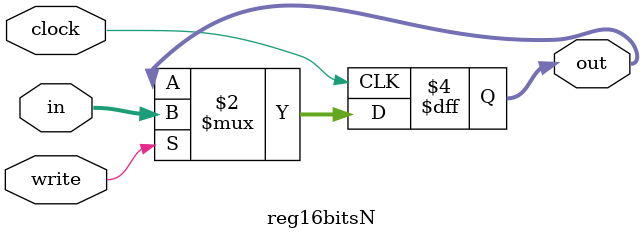
<source format=v>
module reg16bitsN(in,out,write,clock);

	input [15:0]in;
	input write, clock;
	output reg [15:0]out;
	
	always @(negedge clock)begin
		if(write)begin 
			out <= in;		
		end
	end
	
endmodule
</source>
